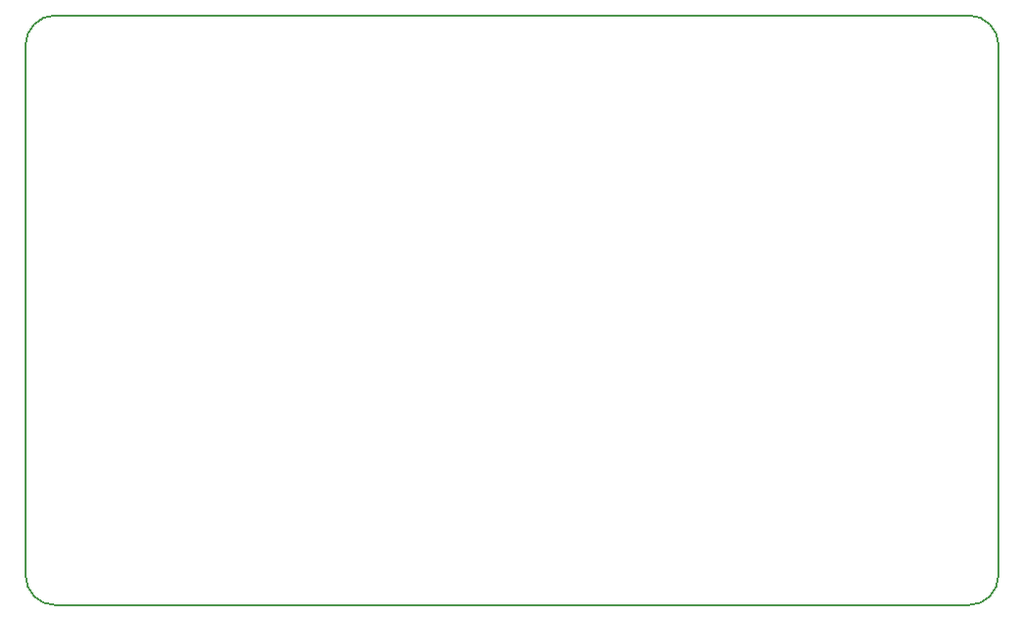
<source format=gko>
G04 #@! TF.GenerationSoftware,KiCad,Pcbnew,(2017-12-02 revision 3109343)-master*
G04 #@! TF.CreationDate,2018-01-05T09:38:41-05:00*
G04 #@! TF.ProjectId,stm_integrated_interface,73746D5F696E74656772617465645F69,rev?*
G04 #@! TF.SameCoordinates,Original*
G04 #@! TF.FileFunction,Profile,NP*
%FSLAX46Y46*%
G04 Gerber Fmt 4.6, Leading zero omitted, Abs format (unit mm)*
G04 Created by KiCad (PCBNEW (2017-12-02 revision 3109343)-master) date Fri Jan  5 09:38:41 2018*
%MOMM*%
%LPD*%
G01*
G04 APERTURE LIST*
%ADD10C,0.150000*%
%ADD11C,0.200000*%
G04 APERTURE END LIST*
D10*
X53340000Y-81280000D02*
X50800000Y-81280000D01*
X53340000Y-30480000D02*
X50800000Y-30480000D01*
X132080000Y-78740000D02*
G75*
G02X129540000Y-81280000I-2540000J0D01*
G01*
X50800000Y-81280000D02*
G75*
G02X48260000Y-78740000I0J2540000D01*
G01*
X48260000Y-33020000D02*
G75*
G02X50800000Y-30480000I2540000J0D01*
G01*
X129540000Y-30480000D02*
G75*
G02X132080000Y-33020000I0J-2540000D01*
G01*
D11*
X132080000Y-78740000D02*
X132080000Y-33020000D01*
X53340000Y-81280000D02*
X129540000Y-81280000D01*
X48260000Y-33020000D02*
X48260000Y-78740000D01*
X129540000Y-30480000D02*
X53340000Y-30480000D01*
M02*

</source>
